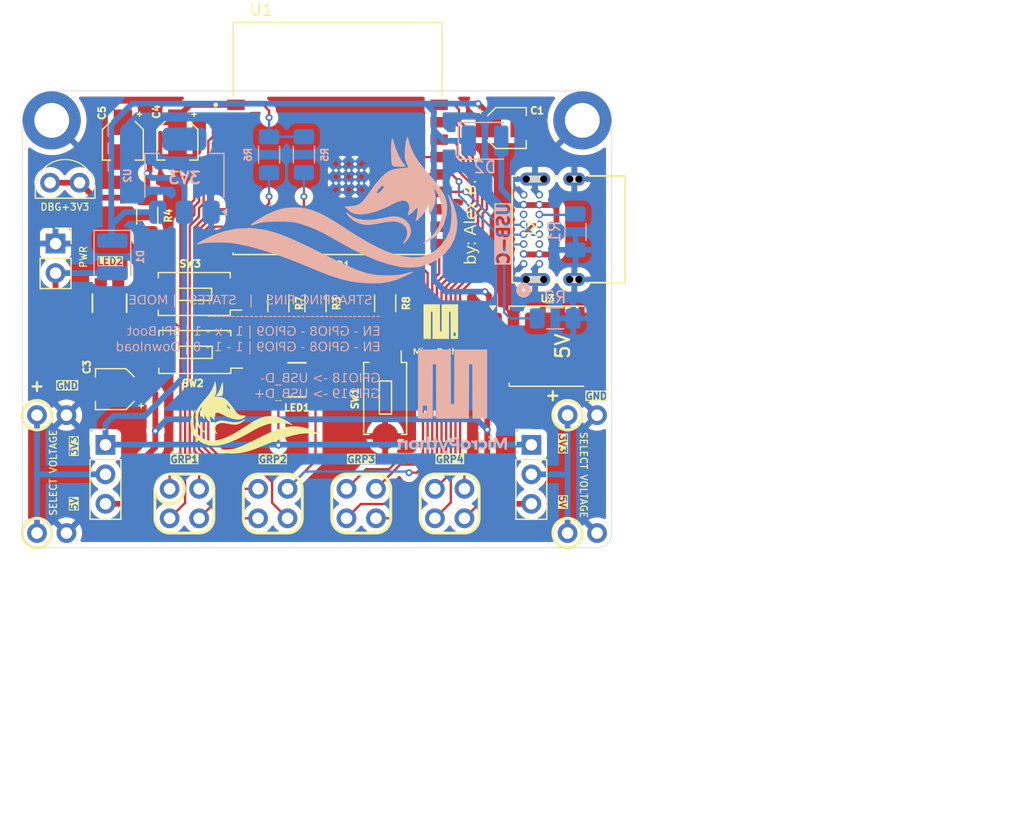
<source format=kicad_pcb>
(kicad_pcb (version 20240108) (generator "pcbnew") (generator_version "8.0")
  (layers (0 "F.Cu" signal) (31 "B.Cu" signal) (34 "B.Paste" user) (35 "F.Paste" user) (36 "B.SilkS" user "B.Silkscreen") (37 "F.SilkS" user "F.Silkscreen") (38 "B.Mask" user) (39 "F.Mask" user) (44 "Edge.Cuts" user))
  (net 0 "")
  (net 1 "/VCC1")
  (net 2 "GND")
  (net 3 "+5V")
  (net 4 "/VDC")
  (net 5 "Net-(J2-CC2)")
  (net 6 "EN")
  (net 7 "/IO8")
  (net 8 "/IO9")
  (net 9 "/IO6")
  (net 10 "/RXD")
  (net 11 "/IO7")
  (net 12 "/IO4")
  (net 13 "/IO3")
  (net 14 "3V3")
  (net 15 "/IO2")
  (net 16 "/IO0")
  (net 17 "/IO10")
  (net 18 "/IO1")
  (net 19 "/IO5")
  (net 20 "/TXD")
  (net 21 "Net-(J2-CC1)")
  (net 22 "USB_D-")
  (net 24 "USB_D+")
  (net 26 "/VCC2")
  (net 27 "Net-(LED1-GND-Pad1)")
  (net 28 "Net-(LED2-GRN)")
  (net 31 "Net-(LED1-GND-Pad4)")
  (net 32 "Net-(R8-Pad2)")
  (net 33 "VUSB")
  (net 34 "Net-(D2-A)")
  (footprint "Alexander Footprint Library:SW_PUSH_6x3.5mm" (layer "F.Cu") (at 143.74 80.15 -90)
    (property "Reference" "SW1")
    (property "Value" "SW_Push_SMD_6x3.5")
  )
  (footprint "Resistor_SMD:R_1206_3216Metric_Pad1.30x1.75mm_HandSolder" (layer "F.Cu") (at 137.74 75.2 -90)
    (property "Reference" "R3")
    (property "Value" "5k1")
  )
  (footprint "Alexander Footprint Library:Conn_Probe" (layer "F.Cu") (at 115.34 78.3 90)
    (property "Reference" "J7" (hide yes))
    (property "Value" "Debug_VIN")
  )
  (footprint "Alexander Footprint Library:Conn_Debug_1x02_P2.54mm" (layer "F.Cu") (at 114.865 64.8125 90)
    (property "Reference" "J6" (hide yes))
    (property "Value" "Debug_3V3")
  )
  (footprint "LOGO" (layer "F.Cu") (at 132.54 85)
    (property "Reference" "G***" (hide yes))
    (property "Value" "LOGO" (hide yes))
  )
  (footprint "Alexander Footprint Library:LED_B1552_HVK-M" (layer "F.Cu") (at 136.14 81.8)
    (property "Reference" "LED1")
    (property "Value" "LED-RED-GREEN-B1552USUG20D")
  )
  (footprint "Capacitor_SMD:CP_Elec_3x5.3" (layer "F.Cu") (at 154.14 60.1)
    (property "Reference" "C1")
    (property "Value" "1uF")
  )
  (footprint "Resistor_SMD:R_1206_3216Metric_Pad1.30x1.75mm_HandSolder" (layer "F.Cu") (at 123.24 67.65 -90)
    (property "Reference" "R4")
    (property "Value" "10k")
  )
  (footprint "Resistor_SMD:R_1206_3216Metric_Pad1.30x1.75mm_HandSolder" (layer "F.Cu") (at 143.74 75.2 -90)
    (property "Reference" "R8")
    (property "Value" "2K2")
  )
  (footprint "Connector_PinHeader_2.54mm:PinHeader_1x03_P2.54mm_Vertical" (layer "F.Cu") (at 156.34 87.4)
    (property "Reference" "J4" (hide yes))
    (property "Value" "PWR_JMP")
  )
  (footprint "Resistor_SMD:R_1206_3216Metric_Pad1.30x1.75mm_HandSolder" (layer "F.Cu") (at 134.54 75.2 -90)
    (property "Reference" "R7")
    (property "Value" "5k1")
  )
  (footprint "LOGO" (layer "F.Cu") (at 148.54 77.4)
    (property "Reference" "G***" (hide yes))
    (property "Value" "LOGO" (hide yes))
  )
  (footprint "Package_TO_SOT_SMD:TO-252-2" (layer "F.Cu") (at 157.74 78.9025)
    (property "Reference" "U3")
    (property "Value" "L7805")
  )
  (footprint "Alexander Footprint Library:LED_B1552_HVK-M" (layer "F.Cu") (at 119.989999 75.2 -90)
    (property "Reference" "LED2")
    (property "Value" "EN")
  )
  (footprint "Alexander Footprint Library:SW_PUSH_6x3.5mm" (layer "F.Cu") (at 130.59 79.4 180)
    (property "Reference" "SW2")
    (property "Value" "SW_Push_SMD_6x3.5")
  )
  (footprint "Alexander Footprint Library:SW_PUSH_6x3.5mm" (layer "F.Cu") (at 130.54 74.4 180)
    (property "Reference" "SW3")
    (property "Value" "SW_Push_SMD_6x3.5")
  )
  (footprint "Connector_PinSocket_2.54mm:PinSocket_1x02_P2.54mm_Vertical" (layer "F.Cu") (at 115.34 70.06)
    (property "Reference" "J1" (hide yes))
    (property "Value" "PWR")
  )
  (footprint "Capacitor_SMD:CP_Elec_3x5.3" (layer "F.Cu") (at 121.14 61.1 -90)
    (property "Reference" "C5")
    (property "Value" "0.1uF")
  )
  (footprint "Capacitor_SMD:CP_Elec_3x5.3" (layer "F.Cu") (at 120.54 82.6 180)
    (property "Reference" "C3")
    (property "Value" "1uF")
  )
  (footprint "Alexander Footprint Library:USB-C_GCT CONN16_USB4085-GF-A" (layer "F.Cu") (at 155.675 71.799985 90)
    (property "Reference" "J2")
    (property "Value" "USB-C_Receptacle_Data_16P_GCT-USB4085")
    (fp_line (start 7.299985 1.7293) (end 7.299985 0.2307) (stroke (width 0.6096)) (layer "Edge.Cuts"))
    (fp_line (start -1.35 1.729301) (end -1.35 0.230701) (stroke (width 0.6096)) (layer "Edge.Cuts"))
    (fp_line (start 7.299985 4.7587) (end 7.299985 3.9713) (stroke (width 0.6096)) (layer "Edge.Cuts"))
    (fp_line (start -1.349985 4.7587) (end -1.349985 3.9713) (stroke (width 0.6096)) (layer "Edge.Cuts"))
  )
  (footprint "Alexander Footprint Library:BreadBoard-PowerAdapter-ESP32C3" (layer "F.Cu") (at 137.87 82.3)
    (property "Reference" "BRD1")
    (property "Value" "16pins")
    (fp_line (start -25.4 12.7) (end -25.4 -22.86) (stroke (width 0.05)) (layer "Edge.Cuts"))
    (fp_line (start -24.13 13.97) (end 24.13 13.97) (stroke (width 0.05)) (layer "Edge.Cuts"))
    (fp_line (start -22.86 -25.4) (end 22.86 -25.4) (stroke (width 0.05)) (layer "Edge.Cuts"))
    (fp_line (start 25.4 -22.86) (end 25.4 12.7) (stroke (width 0.05)) (layer "Edge.Cuts"))
    (fp_arc (start -25.4 -22.86) (mid -24.656051 -24.656051) (end -22.86 -25.4) (stroke (width 0.05)) (layer "Edge.Cuts"))
    (fp_arc (start -24.13 13.97) (mid -25.028026 13.598026) (end -25.4 12.7) (stroke (width 0.05)) (layer "Edge.Cuts"))
    (fp_arc (start 22.86 -25.4) (mid 24.656051 -24.656051) (end 25.4 -22.86) (stroke (width 0.05)) (layer "Edge.Cuts"))
    (fp_arc (start 25.4 12.7) (mid 25.028026 13.598026) (end 24.13 13.97) (stroke (width 0.05)) (layer "Edge.Cuts"))
  )
  (footprint "Alexander Footprint Library:ESP32-C3-WROOM-02-H4" (layer "F.Cu") (at 139.64 61)
    (property "Reference" "U1")
    (property "Value" "ESP32-C3-WROOM-02-N4")
  )
  (footprint "Connector_PinHeader_2.54mm:PinHeader_1x03_P2.54mm_Vertical" (layer "F.Cu") (at 119.64 87.4)
    (property "Reference" "J3" (hide yes))
    (property "Value" "PWR_JMP")
  )
  (footprint "Capacitor_SMD:CP_Elec_3x5.3" (layer "F.Cu") (at 125.84 61.1 -90)
    (property "Reference" "C4")
    (property "Value" "10uF")
  )
  (footprint "Resistor_SMD:R_1206_3216Metric_Pad1.30x1.75mm_HandSolder" (layer "B.Cu") (at 136.74 62.4 -90)
    (property "Reference" "R5")
    (property "Value" "10k")
  )
  (footprint "Resistor_SMD:R_1206_3216Metric_Pad1.30x1.75mm_HandSolder" (layer "B.Cu") (at 160.14 69.05 -90)
    (property "Reference" "R1")
    (property "Value" "5k1")
  )
  (footprint "LOGO" (layer "B.Cu") (at 138.64 67.1 180)
    (property "Reference" "G***" (hide yes))
    (property "Value" "LOGO" (hide yes))
  )
  (footprint "Alexander Footprint Library:AMS1117 SOT-223" (layer "B.Cu") (at 126.44 64.2 90)
    (property "Reference" "U2")
    (property "Value" "AMS1117-3V3")
  )
  (footprint "Resistor_SMD:R_1206_3216Metric_Pad1.30x1.75mm_HandSolder" (layer "B.Cu") (at 158.39 76.5 180)
    (property "Reference" "R2")
    (property "Value" "5k1")
  )
  (footprint "Resistor_SMD:R_1206_3216Metric_Pad1.30x1.75mm_HandSolder" (layer "B.Cu") (at 133.74 62.4 -90)
    (property "Reference" "R6")
    (property "Value" "2K2")
  )
  (footprint "LOGO" (layer "B.Cu") (at 149.54 83.4 180)
    (property "Reference" "G***" (hide yes))
    (property "Value" "LOGO" (hide yes))
  )
  (footprint "Diode_SMD:D_1210_3225Metric" (layer "B.Cu") (at 152.34 61.2)
    (property "Reference" "D2")
    (property "Value" "D")
  )
  (footprint "Diode_SMD:D_1210_3225Metric" (layer "B.Cu") (at 120.24 71.2 -90)
    (property "Reference" "D1")
    (property "Value" "D")
  )
  (gr_circle (center 113.74 95) (end 115.01 95) (stroke (width 0.25)) (fill none) (layer "F.SilkS"))
  (gr_arc (start 125.17 89.92) (mid 126.068026 92.088026) (end 123.9 91.19) (stroke (width 0.25)) (layer "F.SilkS"))
  (gr_line (start 132.79 89.92) (end 135.33 89.92) (stroke (width 0.25)) (layer "F.SilkS"))
  (gr_line (start 148.03 95) (end 150.57 95) (stroke (width 0.25)) (layer "F.SilkS"))
  (gr_line (start 140.41 95) (end 142.95 95) (stroke (width 0.25)) (layer "F.SilkS"))
  (gr_arc (start 151.84 93.73) (mid 151.468026 94.628026) (end 150.57 95) (stroke (width 0.25)) (layer "F.SilkS"))
  (gr_arc (start 142.95 89.92) (mid 143.848026 90.291974) (end 144.22 91.19) (stroke (width 0.25)) (layer "F.SilkS"))
  (gr_arc (start 140.41 95) (mid 139.511974 94.628026) (end 139.14 93.73) (stroke (width 0.25)) (layer "F.SilkS"))
  (gr_arc (start 136.6 93.73) (mid 136.228026 94.628026) (end 135.33 95) (stroke (width 0.25)) (layer "F.SilkS"))
  (gr_arc (start 139.14 91.19) (mid 139.511974 90.291974) (end 140.41 89.92) (stroke (width 0.25)) (layer "F.SilkS"))
  (gr_line (start 148.03 89.92) (end 150.57 89.92) (stroke (width 0.25)) (layer "F.SilkS"))
  (gr_arc (start 131.52 91.19) (mid 131.891974 90.291974) (end 132.79 89.92) (stroke (width 0.25)) (layer "F.SilkS"))
  (gr_arc (start 132.79 95) (mid 131.891974 94.628026) (end 131.52 93.73) (stroke (width 0.25)) (layer "F.SilkS"))
  (gr_line (start 146.76 93.73) (end 146.76 91.19) (stroke (width 0.25)) (layer "F.SilkS"))
  (gr_line (start 139.14 93.73) (end 139.14 91.19) (stroke (width 0.25)) (layer "F.SilkS"))
  (gr_line (start 140.41 89.92) (end 142.95 89.92) (stroke (width 0.25)) (layer "F.SilkS"))
  (gr_line (start 131.52 93.73) (end 131.52 91.19) (stroke (width 0.25)) (layer "F.SilkS"))
  (gr_line (start 136.6 93.73) (end 136.6 91.19) (stroke (width 0.25)) (layer "F.SilkS"))
  (gr_circle (center 159.46 95) (end 160.73 95) (stroke (width 0.25)) (fill none) (layer "F.SilkS"))
  (gr_arc (start 127.71 89.92) (mid 128.608026 90.291974) (end 128.98 91.19) (stroke (width 0.25)) (layer "F.SilkS"))
  (gr_line (start 132.79 95) (end 135.33 95) (stroke (width 0.25)) (layer "F.SilkS"))
  (gr_circle (center 113.74 84.84) (end 115.01 84.84) (stroke (width 0.25)) (fill none) (layer "F.SilkS"))
  (gr_circle (center 159.46 84.84) (end 160.73 84.84) (stroke (width 0.25)) (fill none) (layer "F.SilkS"))
  (gr_line (start 125.17 89.92) (end 127.71 89.92) (stroke (width 0.25)) (layer "F.SilkS"))
  (gr_arc (start 135.33 89.92) (mid 136.228026 90.291974) (end 136.6 91.19) (stroke (width 0.25)) (layer "F.SilkS"))
  (gr_arc (start 148.03 95) (mid 147.131974 94.628026) (end 146.76 93.73) (stroke (width 0.25)) (layer "F.SilkS"))
  (gr_arc (start 150.57 89.92) (mid 151.468026 90.291974) (end 151.84 91.19) (stroke (width 0.25)) (layer "F.SilkS"))
  (gr_line (start 125.17 95) (end 127.71 95) (stroke (width 0.25)) (layer "F.SilkS"))
  (gr_arc (start 144.22 93.73) (mid 143.848026 94.628026) (end 142.95 95) (stroke (width 0.25)) (layer "F.SilkS"))
  (gr_line (start 123.9 93.73) (end 123.9 91.19) (stroke (width 0.25)) (layer "F.SilkS"))
  (gr_arc (start 128.98 93.73) (mid 128.608026 94.628026) (end 127.71 95) (stroke (width 0.25)) (layer "F.SilkS"))
  (gr_line (start 144.22 93.73) (end 144.22 91.19) (stroke (width 0.25)) (layer "F.SilkS"))
  (gr_arc (start 146.76 91.19) (mid 147.131974 90.291974) (end 148.03 89.92) (stroke (width 0.25)) (layer "F.SilkS"))
  (gr_line (start 151.84 93.73) (end 151.84 91.19) (stroke (width 0.25)) (layer "F.SilkS"))
  (gr_arc (start 125.17 95) (mid 124.271974 94.628026) (end 123.9 93.73) (stroke (width 0.25)) (layer "F.SilkS"))
  (gr_line (start 128.98 93.73) (end 128.98 91.19) (stroke (width 0.25)) (layer "F.SilkS"))
  (gr_text "USB-C" (at 153.94 69.2 90) (layer "B.SilkS" knockout) (effects (font (size 1 1) (thickness 0.25) (bold yes)) (justify mirror)))
  (gr_text "3V3" (at 126.44 64.4 0) (layer "B.SilkS") (effects (font (size 1 1) (thickness 0.2) (bold yes)) (justify mirror)))
  (gr_text "  STRAPPING PINS   |   STATES   | MODE\n-------------------------------------\nEN - GPIO8 - GPIO9 | 1 - x - 1 | SPI Boot\nEN - GPIO8 - GPIO9 | 1 - 1 - 0 | Download\n\nGPIO18 -> USB_D-\nGPIO19 -> USB_D+" (at 143.34 79 0) (layer "B.SilkS") (effects (font (size 0.8 0.8) (thickness 0.1)) (justify left mirror)))
  (gr_text "DBG+3V3" (at 116.14 66.9 0) (layer "F.SilkS") (effects (font (size 0.6 0.6) (thickness 0.1))))
  (gr_text "GRP2" (at 134.06 88.65 0) (layer "F.SilkS" knockout) (effects (font (size 0.6 0.6) (thickness 0.15) (bold yes))))
  (gr_text "SELECT VOLTAGE" (at 160.84 90 -90) (layer "F.SilkS") (effects (font (size 0.6 0.6) (thickness 0.1))))
  (gr_text "GRP3" (at 141.68 88.65 0) (layer "F.SilkS" knockout) (effects (font (size 0.6 0.6) (thickness 0.15) (bold yes))))
  (gr_text "GND" (at 161.94 83.2 0) (layer "F.SilkS" knockout) (effects (font (size 0.6 0.6) (thickness 0.15) (bold yes))))
  (gr_text "5V" (at 159.04 92.3 270) (layer "F.SilkS" knockout) (effects (font (size 0.6 0.6) (thickness 0.12) (bold yes))))
  (gr_text "GRP1" (at 126.44 88.65 0) (layer "F.SilkS" knockout) (effects (font (size 0.6 0.6) (thickness 0.15) (bold yes))))
  (gr_text "3V3" (at 116.94 87.5 90) (layer "F.SilkS" knockout) (effects (font (size 0.6 0.6) (thickness 0.12) (bold yes))))
  (gr_text "+" (at 113.74 82.3 0) (layer "F.SilkS") (effects (font (size 1 1) (thickness 0.2) (bold yes))))
  (gr_text "PWR" (at 117.74 71.2 90) (layer "F.SilkS") (effects (font (size 0.6 0.6) (thickness 0.1))))
  (gr_text "SELECT VOLTAGE" (at 115.14 89.8 90) (layer "F.SilkS") (effects (font (size 0.6 0.6) (thickness 0.1))))
  (gr_text "by: Alex B." (at 151.14 68.2 90) (layer "F.SilkS") (effects (font (size 1 1) (thickness 0.1))))
  (gr_text "3V3" (at 159.04 87.3 270) (layer "F.SilkS" knockout) (effects (font (size 0.6 0.6) (thickness 0.12) (bold yes))))
  (gr_text "5V" (at 116.94 92.5 90) (layer "F.SilkS" knockout) (effects (font (size 0.6 0.6) (thickness 0.12) (bold yes))))
  (gr_text "GND" (at 116.34 82.3 0) (layer "F.SilkS" knockout) (effects (font (size 0.6 0.6) (thickness 0.15) (bold yes))))
  (gr_text "+" (at 158.19 83.1 0) (layer "F.SilkS") (effects (font (size 1 1) (thickness 0.2) (bold yes))))
  (gr_text "GRP4" (at 149.3 88.65 0) (layer "F.SilkS" knockout) (effects (font (size 0.6 0.6) (thickness 0.15) (bold yes))))
  (gr_text "5V" (at 159.04 78.9 90) (layer "F.SilkS") (effects (font (size 1.2 1.2) (thickness 0.2) (bold yes))))
  (segment (start 119.62 89.92) (end 119.64 89.94) (width 0.5) (layer "F.Cu") (net 1))
  (segment (start 113.74 84.84) (end 113.74 89.9) (width 0.5) (layer "B.Cu") (net 1))
  (segment (start 113.74 89.9) (end 113.74 95) (width 0.5) (layer "B.Cu") (net 1))
  (segment (start 113.78 89.94) (end 113.74 89.9) (width 0.5) (layer "B.Cu") (net 1))
  (segment (start 119.64 89.94) (end 113.78 89.94) (width 0.5) (layer "B.Cu") (net 1))
  (segment (start 152.54 81.3425) (end 152.7 81.1825) (width 0.5) (layer "F.Cu") (net 3))
  (segment (start 153.44 91.8) (end 154.12 92.48) (width 0.5) (layer "F.Cu") (net 3))
  (segment (start 123.94 86.2) (end 123.94 87.6) (width 0.5) (layer "F.Cu") (net 3))
  (segment (start 152.54 86.1) (end 152.54 89.2) (width 0.5) (layer "F.Cu") (net 3))
  (segment (start 123.94 83) (end 123.54 82.6) (width 0.5) (layer "F.Cu") (net 3))
  (segment (start 123.94 86.2) (end 123.94 83) (width 0.5) (layer "F.Cu") (net 3))
  (segment (start 152.54 89.2) (end 153.44 90.1) (width 0.5) (layer "F.Cu") (net 3))
  (segment (start 154.12 92.48) (end 156.34 92.48) (width 0.5) (layer "F.Cu") (net 3))
  (segment (start 122.34 89.2) (end 122.34 92) (width 0.5) (layer "F.Cu") (net 3))
  (segment (start 121.86 92.48) (end 119.64 92.48) (width 0.5) (layer "F.Cu") (net 3))
  (segment (start 123.94 87.6) (end 122.34 89.2) (width 0.5) (layer "F.Cu") (net 3))
  (segment (start 123.54 82.6) (end 122.04 82.6) (width 0.5) (layer "F.Cu") (net 3))
  (segment (start 152.54 86.1) (end 152.54 81.3425) (width 0.5) (layer "F.Cu") (net 3))
  (segment (start 122.34 92) (end 121.86 92.48) (width 0.5) (layer "F.Cu") (net 3))
  (segment (start 153.44 90.1) (end 153.44 91.8) (width 0.5) (layer "F.Cu") (net 3))
  (via (at 123.94 86.2) (size 0.6) (drill 0.3) (layers "F.Cu" "B.Cu") (net 3))
  (via (at 152.54 86.1) (size 0.6) (drill 0.3) (layers "F.Cu" "B.Cu") (net 3))
  (segment (start 151.64 85.2) (end 124.94 85.2) (width 0.5) (layer "B.Cu") (net 3))
  (segment (start 124.94 85.2) (end 123.94 86.2) (width 0.5) (layer "B.Cu") (net 3))
  (segment (start 152.54 86.1) (end 151.64 85.2) (width 0.5) (layer "B.Cu") (net 3))
  (segment (start 115.34 72.6) (end 115.34 78.3) (width 0.5) (layer "F.Cu") (net 4))
  (segment (start 115.34 72.6) (end 120.24 72.6) (width 0.5) (layer "B.Cu") (net 4))
  (segment (start 160.054445 67.585555) (end 160.14 67.5) (width 0.2) (layer "B.Cu") (net 5))
  (segment (start 156.932435 67.585555) (end 160.054445 67.585555) (width 0.2) (layer "B.Cu") (net 5))
  (segment (start 126.1 68.205884) (end 126.1 77.39) (width 0.2) (layer "F.Cu") (net 6))
  (segment (start 126.1 77.4) (end 126.1 83.4) (width 0.2) (layer "F.Cu") (net 6))
  (segment (start 126.1 88.1) (end 125.17 89.03) (width 0.2) (layer "F.Cu") (net 6))
  (segment (start 126.1 77.39) (end 126.1 77.4) (width 0.2) (layer "F.Cu") (net 6))
  (segment (start 128.9 59.9) (end 128.9 60.834314) (width 0.2) (layer "F.Cu") (net 6))
  (segment (start 125.17 89.03) (end 125.17 91.19) (width 0.2) (layer "F.Cu") (net 6))
  (segment (start 125.5102 76.8002) (end 126.1 77.39) (width 0.2) (layer "F.Cu") (net 6))
  (segment (start 127.7 64.637256) (end 127.3 65.037256) (width 0.2) (layer "F.Cu") (net 6))
  (segment (start 130.89 59.6) (end 129.2 59.6) (width 0.2) (layer "F.Cu") (net 6))
  (segment (start 127.3 66.27157) (end 126.9 66.67157) (width 0.2) (layer "F.Cu") (net 6))
  (segment (start 128.234314 62.734314) (end 128.234314 63.368628) (width 0.2) (layer "F.Cu") (net 6))
  (segment (start 129.2 59.6) (end 128.9 59.9) (width 0.2) (layer "F.Cu") (net 6))
  (segment (start 124.09 77.4002) (end 123.49 76.8002) (width 0.2) (layer "F.Cu") (net 6))
  (segment (start 127.3 65.037256) (end 127.3 66.27157) (width 0.2) (layer "F.Cu") (net 6))
  (segment (start 128.234314 63.368628) (end 127.7 63.902942) (width 0.2) (layer "F.Cu") (net 6))
  (segment (start 120.74 76.8002) (end 123.49 76.8002) (width 0.2) (layer "F.Cu") (net 6))
  (segment (start 128.9 60.834314) (end 128.5 61.234314) (width 0.2) (layer "F.Cu") (net 6))
  (segment (start 127.7 63.902942) (end 127.7 64.637256) (width 0.2) (layer "F.Cu") (net 6))
  (segment (start 128.5 62.468628) (end 128.234314 62.734314) (width 0.2) (layer "F.Cu") (net 6))
  (segment (start 124.09 79.4) (end 124.09 77.4002) (width 0.2) (layer "F.Cu") (net 6))
  (segment (start 126.9 66.67157) (end 126.9 67.405884) (width 0.2) (layer "F.Cu") (net 6))
  (segment (start 126.422942 67.882942) (end 126.1 68.205884) (width 0.2) (layer "F.Cu") (net 6))
  (segment (start 126.9 67.405884) (end 126.422942 67.882942) (width 0.2) (layer "F.Cu") (net 6))
  (segment (start 126.1 83.4) (end 126.1 88.1) (width 0.2) (layer "F.Cu") (net 6))
  (segment (start 123.49 76.8002) (end 125.5102 76.8002) (width 0.2) (layer "F.Cu") (net 6))
  (segment (start 128.5 61.234314) (end 128.5 62.468628) (width 0.2) (layer "F.Cu") (net 6))
  (segment (start 133.24 67.1) (end 130.89 67.1) (width 0.2) (layer "F.Cu") (net 7))
  (segment (start 128.1 69.034314) (end 128.1 87.602942) (width 0.2) (layer "F.Cu") (net 7))
  (segment (start 130.1 89.602942) (end 130.1 90.4) (width 0.2) (layer "F.Cu") (net 7))
  (segment (start 130.89 91.19) (end 132.79 91.19) (width 0.2) (layer "F.Cu") (net 7))
  (segment (start 133.74 66) (end 133.74 66.6) (width 0.2) (layer "F.Cu") (net 7))
  (segment (start 130.1 90.4) (end 130.89 91.19) (width 0.2) (layer "F.Cu") (net 7))
  (segment (start 128.1 87.602942) (end 130.1 89.602942) (width 0.2) (layer "F.Cu") (net 7))
  (segment (start 128.9 68.234314) (end 128.1 69.034314) (width 0.2) (layer "F.Cu") (net 7))
  (segment (start 133.74 66.6) (end 133.24 67.1) (width 0.2) (layer "F.Cu") (net 7))
  (segment (start 129.3 67.1) (end 128.9 67.5) (width 0.2) (layer "F.Cu") (net 7))
  (segment (start 130.89 67.1) (end 129.3 67.1) (width 0.2) (layer "F.Cu") (net 7))
  (segment (start 128.9 67.5) (end 128.9 68.234314) (width 0.2) (layer "F.Cu") (net 7))
  (via (at 133.74 66) (size 0.6) (drill 0.3) (layers "F.Cu" "B.Cu") (net 7))
  (segment (start 133.74 66) (end 133.74 63.95) (width 0.2) (layer "B.Cu") (net 7))
  (segment (start 136.14 68.6) (end 136.74 68) (width 0.2) (layer "F.Cu") (net 8))
  (segment (start 136.74 68) (end 136.74 66) (width 0.2) (layer "F.Cu") (net 8))
  (segment (start 128.9 74.4) (end 128.5 74.8) (width 0.2) (layer "F.Cu") (net 8))
  (segment (start 128.5 69.2) (end 128.5 74.8) (width 0.2) (layer "F.Cu") (net 8))
  (segment (start 128.5 87.437256) (end 130.962744 89.9) (width 0.2) (layer "F.Cu") (net 8))
  (segment (start 130.962744 89.9) (end 133.3 89.9) (width 0.2) (layer "F.Cu") (net 8))
  (segment (start 128.5 74.8) (end 128.5 87.437256) (width 0.2) (layer "F.Cu") (net 8))
  (segment (start 133.3 89.9) (end 134 90.6) (width 0.2) (layer "F.Cu") (net 8))
  (segment (start 130.89 68.6) (end 136.14 68.6) (width 0.2) (layer "F.Cu") (net 8))
  (segment (start 134 92.4) (end 135.33 93.73) (width 0.2) (layer "F.Cu") (net 8))
  (segment (start 130.54 74.4) (end 128.9 74.4) (width 0.2) (layer "F.Cu") (net 8))
  (segment (start 134 90.6) (end 134 92.4) (width 0.2) (layer "F.Cu") (net 8))
  (segment (start 129.1 68.6) (end 128.5 69.2) (width 0.2) (layer "F.Cu") (net 8))
  (segment (start 130.89 68.6) (end 129.1 68.6) (width 0.2) (layer "F.Cu") (net 8))
  (via (at 136.74 66) (size 0.6) (drill 0.3) (layers "F.Cu" "B.Cu") (net 8))
  (segment (start 136.74 66) (end 136.74 63.95) (width 0.2) (layer "B.Cu") (net 8))
  (segment (start 128.9 64.4) (end 128.9 65.134314) (width 0.2) (layer "F.Cu") (net 9))
  (segment (start 127.3 87.934314) (end 129.3 89.934314) (width 0.2) (layer "F.Cu") (net 9))
  (segment (start 128.1 67.902942) (end 127.3 68.702942) (width 0.2) (layer "F.Cu") (net 9))
  (segment (start 129.3 92.14) (end 127.71 93.73) (width 0.2) (layer "F.Cu") (net 9))
  (segment (start 127.3 68.702942) (end 127.3 87.934314) (width 0.2) (layer "F.Cu") (net 9))
  (segment (start 129.3 89.934314) (end 129.3 92.14) (width 0.2) (layer "F.Cu") (net 9))
  (segment (start 128.9 65.134314) (end 128.5 65.534314) (width 0.2) (layer "F.Cu") (net 9))
  (segment (start 128.5 65.534314) (end 128.5 66.768628) (width 0.2) (layer "F.Cu") (net 9))
  (segment (start 128.5 66.768628) (end 128.1 67.168628) (width 0.2) (layer "F.Cu") (net 9))
  (segment (start 129.2 64.1) (end 128.9 64.4) (width 0.2) (layer "F.Cu") (net 9))
  (segment (start 130.89 64.1) (end 129.2 64.1) (width 0.2) (layer "F.Cu") (net 9))
  (segment (start 128.1 67.168628) (end 128.1 67.902942) (width 0.2) (layer "F.Cu") (net 9))
  (segment (start 148.2 88.634314) (end 144.334314 92.5) (width 0.2) (layer "F.Cu") (net 10))
  (segment (start 149.74 68.6) (end 150.14 69) (width 0.2) (layer "F.Cu") (net 10))
  (segment (start 144.334314 92.5) (end 141.64 92.5) (width 0.2) (layer "F.Cu") (net 10))
  (segment (start 148.2 73.4) (end 148.2 88.634314) (width 0.2) (layer "F.Cu") (net 10))
  (segment (start 150.14 69) (end 150.14 71.46) (width 0.2) (layer "F.Cu") (net 10))
  (segment (start 150.14 71.46) (end 148.2 73.4) (width 0.2) (layer "F.Cu") (net 10))
  (segment (start 148.39 68.6) (end 149.74 68.6) (width 0.2) (layer "F.Cu") (net 10))
  (segment (start 141.64 92.5) (end 140.41 93.73) (width 0.2) (layer "F.Cu") (net 10))
  (segment (start 127.7 87.768628) (end 129.7 89.768628) (width 0.2) (layer "F.Cu") (net 11))
  (segment (start 127.7 68.868628) (end 127.7 87.768628) (width 0.2) (layer "F.Cu") (net 11))
  (segment (start 129.7 89.768628) (end 129.7 92.2) (width 0.2) (layer "F.Cu") (net 11))
  (segment (start 128.5 67.334314) (end 128.5 68.068628) (width 0.2) (layer "F.Cu") (net 11))
  (segment (start 129.7 92.2) (end 131.23 93.73) (width 0.2) (layer "F.Cu") (net 11))
  (segment (start 128.9 65.9) (end 128.9 66.934314) (width 0.2) (layer "F.Cu") (net 11))
  (segment (start 128.9 66.934314) (end 128.5 67.334314) (width 0.2) (layer "F.Cu") (net 11))
  (segment (start 128.5 68.068628) (end 127.7 68.868628) (width 0.2) (layer "F.Cu") (net 11))
  (segment (start 129.2 65.6) (end 128.9 65.9) (width 0.2) (layer "F.Cu") (net 11))
  (segment (start 130.89 65.6) (end 129.2 65.6) (width 0.2) (layer "F.Cu") (net 11))
  (segment (start 131.23 93.73) (end 132.79 93.73) (width 0.2) (layer "F.Cu") (net 11))
  (segment (start 126.5 92.4) (end 125.17 93.73) (width 0.2) (layer "F.Cu") (net 12))
  (segment (start 128.634314 63.534314) (end 128.1 64.068628) (width 0.2) (layer "F.Cu") (net 12))
  (segment (start 128.634314 62.9) (end 128.634314 63.534314) (width 0.2) (layer "F.Cu") (net 12))
  (segment (start 127.7 66.437256) (end 127.3 66.837256) (width 0.2) (layer "F.Cu") (net 12))
  (segment (start 127.7 65.202942) (end 127.7 66.437256) (width 0.2) (layer "F.Cu") (net 12))
  (segment (start 128.1 64.802942) (end 127.7 65.202942) (width 0.2) (layer "F.Cu") (net 12))
  (segment (start 130.89 61.1) (end 129.2 61.1) (width 0.2) (layer "F.Cu") (net 12))
  (segment (start 126.5 68.37157) (end 126.5 92.4) (width 0.2) (layer "F.Cu") (net 12))
  (segment (start 128.9 61.4) (end 128.9 62.634314) (width 0.2) (layer "F.Cu") (net 12))
  (segment (start 129.2 61.1) (end 128.9 61.4) (width 0.2) (layer "F.Cu") (net 12))
  (segment (start 128.1 64.068628) (end 128.1 64.802942) (width 0.2) (layer "F.Cu") (net 12))
  (segment (start 127.3 67.57157) (end 126.5 68.37157) (width 0.2) (layer "F.Cu") (net 12))
  (segment (start 127.3 66.837256) (end 127.3 67.57157) (width 0.2) (layer "F.Cu") (net 12))
  (segment (start 128.9 62.634314) (end 128.634314 62.9) (width 0.2) (layer "F.Cu") (net 12))
  (segment (start 148.39 62.6) (end 149.6 62.6) (width 0.2) (layer "F.Cu") (net 13))
  (segment (start 151.3 66.54) (end 150.94 66.9) (width 0.2) (layer "F.Cu") (net 13))
  (segment (start 151.3 65.051471) (end 151.3 66.54) (width 0.2) (layer "F.Cu") (net 13))
  (segment (start 149 73.765686) (end 149 90.22) (width 0.2) (layer "F.Cu") (net 13))
  (segment (start 149 90.22) (end 148.03 91.19) (width 0.2) (layer "F.Cu") (net 13))
  (segment (start 150.94 71.825686) (end 149 73.765686) (width 0.2) (layer "F.Cu") (net 13))
  (segment (start 147.14 62.6) (end 148.39 62.6) (width 0.2) (layer "F.Cu") (net 13))
  (segment (start 146.4 64.434314) (end 146.74 64.094314) (width 0.2) (layer "F.Cu") (net 13))
  (segment (start 146.74 63) (end 147.14 62.6) (width 0.2) (layer "F.Cu") (net 13))
  (segment (start 146.1 69.44) (end 146.1 65.668628) (width 0.2) (layer "F.Cu") (net 13))
  (segment (start 150.1 63.1) (end 150.1 63.851471) (width 0.2) (layer "F.Cu") (net 13))
  (segment (start 146.4 65.368628) (end 146.4 64.434314) (width 0.2) (layer "F.Cu") (net 13))
  (segment (start 146.1 65.668628) (end 146.4 65.368628) (width 0.2) (layer "F.Cu") (net 13))
  (segment (start 150.94 66.9) (end 150.94 71.825686) (width 0.2) (layer "F.Cu") (net 13))
  (segment (start 149.6 62.6) (end 150.1 63.1) (width 0.2) (layer "F.Cu") (net 13))
  (segment (start 150.1 63.851471) (end 151.3 65.051471) (width 0.2) (layer "F.Cu") (net 13))
  (segment (start 146.74 64.094314) (end 146.74 63) (width 0.2) (layer "F.Cu") (net 13))
  (segment (start 143.74 73.65) (end 143.74 71.8) (width 0.2) (layer "F.Cu") (net 13))
  (segment (start 143.74 71.8) (end 146.1 69.44) (width 0.2) (layer "F.Cu") (net 13))
  (segment (start 133.24 58.1) (end 130.89 58.1) (width 0.2) (layer "F.Cu") (net 14))
  (segment (start 118.6925 66.1) (end 117.405 64.8125) (width 0.5) (layer "F.Cu") (net 14))
  (segment (start 123.94 59.6) (end 121.14 59.6) (width 0.5) (layer "F.Cu") (net 14))
  (segment (start 123.24 66.1) (end 118.6925 66.1) (width 0.5) (layer "F.Cu") (net 14))
  (segment (start 133.74 58.6) (end 133.24 58.1) (width 0.2) (layer "F.Cu") (net 14))
  (segment (start 134.5398 82.550001) (end 134.5398 87.4298) (width 0.2) (layer "F.Cu") (net 14))
  (segment (start 123.44 60.1) (end 123.94 59.6) (width 0.5) (layer "F.Cu") (net 14))
  (segment (start 126.94 58.1) (end 130.89 58.1) (width 0.5) (layer "F.Cu") (net 14))
  (segment (start 126.94 58.1) (end 125.44 59.6) (width 0.5) (layer "F.Cu") (net 14))
  (segment (start 123.24 66.1) (end 123.24 64) (width 0.5) (layer "F.Cu") (net 14))
  (segment (start 123.44 63.8) (end 123.44 60.1) (width 0.5) (layer "F.Cu") (net 14))
  (segment (start 125.44 59.6) (end 123.94 59.6) (width 0.5) (layer "F.Cu") (net 14))
  (segment (start 117.405 64.8125) (end 114.865 64.8125) (width 0.5) (layer "F.Cu") (net 14))
  (segment (start 133.74 59.2) (end 133.74 58.6) (width 0.2) (layer "F.Cu") (net 14))
  (segment (start 123.24 64) (end 123.44 63.8) (width 0.5) (layer "F.Cu") (net 14))
  (segment (start 134.5398 87.4298) (end 134.54 87.43) (width 0.2) (layer "F.Cu") (net 14))
  (via (at 123.24 64) (size 0.6) (drill 0.3) (layers "F.Cu" "B.Cu") (net 14))
  (via (at 133.74 59.2) (size 0.6) (drill 0.3) (layers "F.Cu" "B.Cu") (net 14))
  (via (at 134.54 87.43) (size 0.6) (drill 0.3) (layers "F.Cu" "B.Cu") (net 14))
  (segment (start 123.04 84.9) (end 120.34 84.9) (width 0.5) (layer "B.Cu") (net 14))
  (segment (start 120.34 84.9) (end 119.64 85.6) (width 0.5) (layer "B.Cu") (net 14))
  (segment (start 133.74 60.85) (end 133.74 59.2) (width 0.2) (layer "B.Cu") (net 14))
  (segment (start 126.44 67.35) (end 126.44 81.5) (width 0.5) (layer "B.Cu") (net 14))
  (segment (start 156.32 87.38) (end 156.34 87.4) (width 0.5) (layer "B.Cu") (net 14))
  (segment (start 123.64 64.4) (end 123.24 64) (width 0.5) (layer "B.Cu") (net 14))
  (segment (start 126.44 81.5) (end 123.04 84.9) (width 0.5) (layer "B.Cu") (net 14))
  (segment (start 155.665 87.4) (end 155.64 87.375) (width 0.5) (layer "B.Cu") (net 14))
  (segment (start 126.44 67.35) (end 126.44 65.1) (width 0.5) (layer "B.Cu") (net 14))
  (segment (start 119.64 85.6) (end 119.64 87.4) (width 0.5) (layer "B.Cu") (net 14))
  (segment (start 156.34 87.4) (end 155.665 87.4) (width 0.5) (layer "B.Cu") (net 14))
  (segment (start 136.74 60.85) (end 133.74 60.85) (width 0.2) (layer "B.Cu") (net 14))
  (segment (start 125.74 64.4) (end 123.64 64.4) (width 0.5) (layer "B.Cu") (net 14))
  (segment (start 119.64 87.4) (end 119.66 87.38) (width 0.5) (layer "B.Cu") (net 14))
  (segment (start 119.66 87.38) (end 156.32 87.38) (width 0.5) (layer "B.Cu") (net 14))
  (segment (start 126.44 65.1) (end 125.74 64.4) (width 0.5) (layer "B.Cu") (net 14))
  (segment (start 151.7 64.885785) (end 150.5 63.685785) (width 0.2) (layer "F.Cu") (net 15))
  (segment (start 149.5 61.1) (end 148.39 61.1) (width 0.2) (layer "F.Cu") (net 15))
  (segment (start 148.03 93.73) (end 149.4 92.36) (width 0.2) (layer "F.Cu") (net 15))
  (segment (start 150.5 62.934314) (end 150 62.434314) (width 0.2) (layer "F.Cu") (net 15))
  (segment (start 150 62.434314) (end 150 61.6) (width 0.2) (layer "F.Cu") (net 15))
  (segment (start 149.4 73.931372) (end 151.34 71.991372) (width 0.2) (layer "F.Cu") (net 15))
  (segment (start 149.4 92.36) (end 149.4 73.931372) (width 0.2) (layer "F.Cu") (net 15))
  (segment (start 150.5 63.685785) (end 150.5 62.934314) (width 0.2) (layer "F.Cu") (net 15))
  (segment (start 151.34 71.991372) (end 151.34 67.065686) (width 0.2) (layer "F.Cu") (net 15))
  (segment (start 151.7 66.705686) (end 151.7 64.885785) (width 0.2) (layer "F.Cu") (net 15))
  (segment (start 151.34 67.065686) (end 151.7 66.705686) (width 0.2) (layer "F.Cu") (net 15))
  (segment (start 150 61.6) (end 149.5 61.1) (width 0.2) (layer "F.Cu") (net 15))
  (segment (start 151.3 62.602942) (end 151.3 63.354413) (width 0.2) (layer "F.Cu") (net 16))
  (segment (start 150.2 88.6) (end 152.2 90.6) (width 0.2) (layer "F.Cu") (net 16))
  (segment (start 150.1 59.434314) (end 150.5 59.834314) (width 0.2) (layer "F.Cu") (net 16))
  (segment (start 150.5 59.834314) (end 150.5 60.968628) (width 0.2) (layer "F.Cu") (net 16))
  (segment (start 152.2 90.6) (end 152.2 92.1) (width 0.2) (layer "F.Cu") (net 16))
  (segment (start 152.2 92.1) (end 150.57 93.73) (width 0.2) (layer "F.Cu") (net 16))
  (segment (start 152.14 72.36) (end 150.2 74.3) (width 0.2) (layer "F.Cu") (net 16))
  (segment (start 152.5 67.105686) (end 152.14 67.465686) (width 0.2) (layer "F.Cu") (net 16))
  (segment (start 150.1 58.5) (end 150.1 59.434314) (width 0.2) (layer "F.Cu") (net 16))
  (segment (start 150.8 62.102942) (end 151.3 62.602942) (width 0.2) (layer "F.Cu") (net 16))
  (segment (start 148.39 58.1) (end 149.7 58.1) (width 0.2) (layer "F.Cu") (net 16))
  (segment (start 152.5 64.554413) (end 152.5 67.105686) (width 0.2) (layer "F.Cu") (net 16))
  (segment (start 151.3 63.354413) (end 152.5 64.554413) (width 0.2) (layer "F.Cu") (net 16))
  (segment (start 152.14 67.465686) (end 152.14 72.36) (width 0.2) (layer "F.Cu") (net 16))
  (segment (start 150.8 61.268628) (end 150.8 62.102942) (width 0.2) (layer "F.Cu") (net 16))
  (segment (start 149.7 58.1) (end 150.1 58.5) (width 0.2) (layer "F.Cu") (net 16))
  (segment (start 150.2 74.3) (end 150.2 88.6) (width 0.2) (layer "F.Cu") (net 16))
  (segment (start 150.5 60.968628) (end 150.8 61.268628) (width 0.2) (layer "F.Cu") (net 16))
  (segment (start 147.8 88.468628) (end 147.8 73.234314) (width 0.2) (layer "F.Cu") (net 17))
  (segment (start 145.8 89.8) (end 146.468628 89.8) (width 0.2) (layer "F.Cu") (net 17))
  (segment (start 146.468628 89.8) (end 147.8 88.468628) (width 0.2) (layer "F.Cu") (net 17))
  (segment (start 148.4 72.634314) (end 148.4 70.11) (width 0.2) (layer "F.Cu") (net 17))
  (segment (start 137.74 82.550201) (end 137.74 88.78) (width 0.2) (layer "F.Cu") (net 17))
  (segment (start 137.7402 82.550001) (end 137.74 82.550201) (width 0.2) (layer "F.Cu") (net 17))
  (segment (start 148.4 70.11) (end 148.39 70.1) (width 0.2) (layer "F.Cu") (net 17))
  (segment (start 147.8 73.234314) (end 148.4 72.634314) (width 0.2) (layer "F.Cu") (net 17))
  (segment (start 137.74 88.78) (end 135.33 91.19) (width 0.2) (layer "F.Cu") (net 17))
  (via (at 145.8 89.8) (size 0.6) (drill 0.3) (layers "F.Cu" "B.Cu") (net 17))
  (segment (start 145.7 89.7) (end 136.82 89.7) (width 0.2) (layer "B.Cu") (net 17))
  (segment (start 145.8 89.8) (end 145.7 89.7) (width 0.2) (layer "B.Cu") (net 17))
  (segment (start 136.82 89.7) (end 135.33 91.19) (width 0.2) (layer "B.Cu") (net 17))
  (segment (start 150.9 63.520099) (end 152.1 64.720099) (width 0.2) (layer "F.Cu") (net 18))
  (segment (start 150.1 60) (end 150.1 61.134314) (width 0.2) (layer "F.Cu") (net 18))
  (segment (start 149.7 59.6) (end 150.1 60) (width 0.2) (layer "F.Cu") (net 18))
  (segment (start 150.57 89.57) (end 150.57 91.19) (width 0.2) (layer "F.Cu") (net 18))
  (segment (start 152.1 64.720099) (end 152.1 66.94) (width 0.2) (layer "F.Cu") (net 18))
  (segment (start 150.4 62.268628) (end 150.9 62.768628) (width 0.2) (layer "F.Cu") (net 18))
  (segment (start 149.8 88.8) (end 150.57 89.57) (width 0.2) (layer "F.Cu") (net 18))
  (segment (start 152.1 66.94) (end 151.74 67.3) (width 0.2) (layer "F.Cu") (net 18))
  (segment (start 149.8 74.1) (end 149.8 88.8) (width 0.2) (layer "F.Cu") (net 18))
  (segment (start 150.9 62.768628) (end 150.9 63.520099) (width 0.2) (layer "F.Cu") (net 18))
  (segment (start 151.74 72.16) (end 149.8 74.1) (width 0.2) (layer "F.Cu") (net 18))
  (segment (start 148.39 59.6) (end 149.7 59.6) (width 0.2) (layer "F.Cu") (net 18))
  (segment (start 151.74 67.3) (end 151.74 72.16) (width 0.2) (layer "F.Cu") (net 18))
  (segment (start 150.4 61.434314) (end 150.4 62.268628) (width 0.2) (layer "F.Cu") (net 18))
  (segment (start 150.1 61.134314) (end 150.4 61.434314) (width 0.2) (layer "F.Cu") (net 18))
  (segment (start 127.71 88.91) (end 127.71 91.19) (width 0.2) (layer "F.Cu") (net 19))
  (segment (start 128.1 65.368628) (end 128.1 66.602942) (width 0.2) (layer "F.Cu") (net 19))
  (segment (start 127.7 67.002942) (end 127.7 67.737256) (width 0.2) (layer "F.Cu") (net 19))
  (segment (start 127.7 67.737256) (end 126.9 68.537256) (width 0.2) (layer "F.Cu") (net 19))
  (segment (start 129.034314 63.7) (end 128.5 64.234314) (width 0.2) (layer "F.Cu") (net 19))
  (segment (start 129.034314 63.065686) (end 129.034314 63.7) (width 0.2) (layer "F.Cu") (net 19))
  (segment (start 128.5 64.968628) (end 128.1 65.368628) (width 0.2) (layer "F.Cu") (net 19))
  (segment (start 128.1 66.602942) (end 127.7 67.002942) (width 0.2) (layer "F.Cu") (net 19))
  (segment (start 130.89 62.6) (end 129.5 62.6) (width 0.2) (layer "F.Cu") (net 19))
  (segment (start 126.9 68.537256) (end 126.9 88.1) (width 0.2) (layer "F.Cu") (net 19))
  (segment (start 129.5 62.6) (end 129.034314 63.065686) (width 0.2) (layer "F.Cu") (net 19))
  (segment (start 128.5 64.234314) (end 128.5 64.968628) (width 0.2) (layer "F.Cu") (net 19))
  (segment (start 126.9 88.1) (end 127.71 88.91) (width 0.2) (layer "F.Cu") (net 19))
  (segment (start 145.1 93.4) (end 145.1 92.3) (width 0.2) (layer "F.Cu") (net 20))
  (segment (start 149.64 67.1) (end 148.39 67.1) (width 0.2) (layer "F.Cu") (net 20))
  (segment (start 150.54 71.66) (end 150.54 68) (width 0.2) (layer "F.Cu") (net 20))
  (segment (start 150.54 68) (end 149.64 67.1) (width 0.2) (layer "F.Cu") (net 20))
  (segment (start 148.6 88.8) (end 148.6 73.6) (width 0.2) (layer "F.Cu") (net 20))
  (segment (start 145.1 92.3) (end 148.6 88.8) (width 0.2) (layer "F.Cu") (net 20))
  (segment (start 148.6 73.6) (end 150.54 71.66) (width 0.2) (layer "F.Cu") (net 20))
  (segment (start 144.77 93.73) (end 145.1 93.4) (width 0.2) (layer "F.Cu") (net 20))
  (segment (start 142.95 93.73) (end 144.77 93.73) (width 0.2) (layer "F.Cu") (net 20))
  (segment (start 154.5 76.5) (end 156.84 76.5) (width 0.2) (layer "B.Cu") (net 21))
  (segment (start 154 70.5) (end 154 76) (width 0.2) (layer "B.Cu") (net 21))
  (segment (start 155.582435 70.135558) (end 154.364442 70.135558) (width 0.2) (layer "B.Cu") (net 21))
  (segment (start 154 76) (end 154.5 76.5) (width 0.2) (layer "B.Cu") (net 21))
  (segment (start 154.364442 70.135558) (end 154 70.5) (width 0.2) (layer "B.Cu") (net 21))
  (segment (start 150.7 65.6) (end 148.39 65.6) (width 0.2) (layer "F.Cu") (net 22))
  (segment (start 145.04 89.1) (end 142.95 91.19) (width 0.2) (layer "F.Cu") (net 22))
  (segment (start 146.565685 89.1) (end 145.04 89.1) (width 0.2) (layer "F.Cu") (net 22))
  (segment (start 148.39 65.6) (end 147.3 65.6) (width 0.2) (layer "F.Cu") (net 22))
  (segment (start 147.4 88.265685) (end 146.565685 89.1) (width 0.2) (layer "F.Cu") (net 22))
  (segment (start 146.9 66) (end 146.9 72.1) (width 0.2) (layer "F.Cu") (net 22))
  (segment (start 146.9 72.1) (end 147.4 72.6) (width 0.2) (layer "F.Cu") (net 22))
  (segment (start 147.4 72.6) (end 147.4 88.265685) (width 0.2) (layer "F.Cu") (net 22))
  (segment (start 147.3 65.6) (end 146.9 66) (width 0.2) (layer "F.Cu") (net 22))
  (via (at 150.7 65.6) (size 0.6) (drill 0.3) (layers "F.Cu" "B.Cu") (net 22))
  (segment (start 153.535556 68.435556) (end 155.582435 68.435556) (width 0.2) (layer "B.Cu") (net 22))
  (segment (start 155.623672 68.435556) (end 155.582435 68.435556) (width 0.2) (layer "B.Cu") (net 22))
  (segment (start 156.473673 69.285557) (end 155.623672 68.435556) (width 0.25) (layer "B.Cu") (net 22))
  (segment (start 150.7 65.6) (end 153.535556 68.435556) (width 0.2) (layer "B.Cu") (net 22))
  (segment (start 156.932435 69.285557) (end 156.473673 69.285557) (width 0.25) (layer "B.Cu") (net 22))
  (segment (start 146.5 72.265686) (end 147 72.765686) (width 0.2) (layer "F.Cu") (net 24))
  (segment (start 155.623672 69.285557) (end 155.582435 69.285557) (width 0.2) (layer "F.Cu") (net 24))
  (segment (start 144.074314 89.5) (end 142.1 89.5) (width 0.2) (layer "F.Cu") (net 24))
  (segment (start 146.5 65.834314) (end 146.5 72.265686) (width 0.2) (layer "F.Cu") (net 24))
  (segment (start 144.874314 88.7) (end 144.074314 89.5) (width 0.2) (layer "F.Cu") (net 24))
  (segment (start 150.1 64.7) (end 149.5 64.1) (width 0.2) (layer "F.Cu") (net 24))
  (segment (start 146.8 64.6) (end 146.8 65.534314) (width 0.2) (layer "F.Cu") (net 24))
  (segment (start 147.3 64.1) (end 146.8 64.6) (width 0.2) (layer "F.Cu") (net 24))
  (segment (start 148.39 64.1) (end 147.3 64.1) (width 0.2) (layer "F.Cu") (net 24))
  (segment (start 156.473673 68.435556) (end 155.623672 69.285557) (width 0.25) (layer "F.Cu") (net 24))
  (segment (start 147 72.765686) (end 147 88.1) (width 0.2) (layer "F.Cu") (net 24))
  (segment (start 147 88.1) (end 146.4 88.7) (width 0.2) (layer "F.Cu") (net 24))
  (segment (start 142.1 89.5) (end 140.41 91.19) (width 0.2) (layer "F.Cu") (net 24))
  (segment (start 146.8 65.534314) (end 146.5 65.834314) (width 0.2) (layer "F.Cu") (net 24))
  (segment (start 156.932435 68.435556) (end 156.473673 68.435556) (width 0.25) (layer "F.Cu") (net 24))
  (segment (start 146.4 88.7) (end 144.874314 88.7) (width 0.2) (layer "F.Cu") (net 24))
  (segment (start 149.5 64.1) (end 148.39 64.1) (width 0.2) (layer "F.Cu") (net 24))
  (via (at 150.1 64.7) (size 0.6) (drill 0.3) (layers "F.Cu" "B.Cu") (net 24))
  (segment (start 150.1 65.9) (end 153.485557 69.285557) (width 0.2) (layer "B.Cu") (net 24))
  (segment (start 150.1 64.7) (end 150.1 65.9) (width 0.2) (layer "B.Cu") (net 24))
  (segment (start 153.485557 69.285557) (end 155.582435 69.285557) (width 0.2) (layer "B.Cu") (net 24))
  (segment (start 159.42 89.94) (end 159.46 89.9) (width 0.5) (layer "B.Cu") (net 26))
  (segment (start 159.46 89.9) (end 159.46 95) (width 0.5) (layer "B.Cu") (net 26))
  (segment (start 156.34 89.94) (end 159.42 89.94) (width 0.5) (layer "B.Cu") (net 26))
  (segment (start 159.46 84.84) (end 159.46 89.9) (width 0.5) (layer "B.Cu") (net 26))
  (segment (start 134.54 76.75) (end 134.54 81.049799) (width 0.2) (layer "F.Cu") (net 27))
  (segment (start 134.54 81.049799) (end 134.5398 81.049999) (width 0.2) (layer "F.Cu") (net 27))
  (segment (start 123.24 69.2) (end 123.24 70.3) (width 0.2) (layer "F.Cu") (net 28))
  (segment (start 121.665 75.2) (end 119.74 75.2) (width 0.2) (layer "F.Cu") (net 28))
  (segment (start 122.14 71.4) (end 122.14 74.725) (width 0.2) (layer "F.Cu") (net 28))
  (segment (start 119.74 75.2) (end 119.239998 75.700002) (width 0.2) (layer "F.Cu") (net 28))
  (segment (start 123.24 70.3) (end 122.14 71.4) (width 0.2) (layer "F.Cu") (net 28))
  (segment (start 119.239998 75.700002) (end 119.239998 76.8002) (width 0.2) (layer "F.Cu") (net 28))
  (segment (start 122.14 74.725) (end 121.665 75.2) (width 0.2) (layer "F.Cu") (net 28))
  (segment (start 137.74 76.75) (end 137.74 81.049799) (width 0.2) (layer "F.Cu") (net 31))
  (segment (start 137.74 81.049799) (end 137.7402 81.049999) (width 0.2) (layer "F.Cu") (net 31))
  (segment (start 143.74 80.15) (end 143.74 76.75) (width 0.2) (layer "F.Cu") (net 32))
  (segment (start 152.7 74.56) (end 152.34 74.2) (width 0.5) (layer "F.Cu") (net 33))
  (segment (start 152.64 58.89) (end 151.75 58) (width 0.5) (layer "F.Cu") (net 33))
  (segment (start 152.64 60.1) (end 152.64 58.89) (width 0.5) (layer "F.Cu") (net 33))
  (segment (start 152.7 76.6225) (end 152.7 74.56) (width 0.5) (layer "F.Cu") (net 33))
  (via (at 152.34 74.2) (size 0.6) (drill 0.3) (layers "F.Cu" "B.Cu") (net 33))
  (via (at 151.75 58) (size 0.6) (drill 0.3) (layers "F.Cu" "B.Cu") (net 33))
  (segment (start 147.94 73.2) (end 147.94 60.3) (width 0.5) (layer "B.Cu") (net 33))
  (segment (start 120.24 68.4) (end 121.29 67.35) (width 0.5) (layer "B.Cu") (net 33))
  (segment (start 120.14 69.7) (end 120.24 69.8) (width 0.5) (layer "B.Cu") (net 33))
  (segment (start 152.34 74.2) (end 148.94 74.2) (width 0.5) (layer "B.Cu") (net 33))
  (segment (start 147.94 60.3) (end 148.84 61.2) (width 0.5) (layer "B.Cu") (net 33))
  (segment (start 147.94 60.3) (end 147.94 58.7) (width 0.5) (layer "B.Cu") (net 33))
  (segment (start 151.75 58) (end 121.94 58) (width 0.5) (layer "B.Cu") (net 33))
  (segment (start 121.29 67.35) (end 124.14 67.35) (width 0.5) (layer "B.Cu") (net 33))
  (segment (start 147.94 58.7) (end 147.24 58) (width 0.5) (layer "B.Cu") (net 33))
  (segment (start 148.94 74.2) (end 147.94 73.2) (width 0.5) (layer "B.Cu") (net 33))
  (segment (start 120.24 69.8) (end 120.24 68.4) (width 0.5) (layer "B.Cu") (net 33))
  (segment (start 120.14 59.8) (end 120.14 69.7) (width 0.5) (layer "B.Cu") (net 33))
  (segment (start 121.94 58) (end 120.14 59.8) (width 0.5) (layer "B.Cu") (net 33))
  (segment (start 148.84 61.2) (end 150.94 61.2) (width 0.5) (layer "B.Cu") (net 33))
  (segment (start 158.235557 66.735557) (end 155.582435 66.735557) (width 0.5) (layer "F.Cu") (net 34))
  (segment (start 158.264444 70.985556) (end 158.5 70.75) (width 0.5) (layer "F.Cu") (net 34))
  (segment (start 158.5 70.75) (end 158.5 67) (width 0.5) (layer "F.Cu") (net 34))
  (segment (start 155.675 70.949984) (end 155.710572 70.985556) (width 0.5) (layer "F.Cu") (net 34))
  (segment (start 158.5 67) (end 158.235557 66.735557) (width 0.5) (layer "F.Cu") (net 34))
  (segment (start 155.710572 70.985556) (end 158.264444 70.985556) (width 0.5) (layer "F.Cu") (net 34))
  (segment (start 153.74 65.360095) (end 153.74 61.2) (width 0.5) (layer "B.Cu") (net 34))
  (segment (start 155.582435 66.735557) (end 155.115462 66.735557) (width 0.5) (layer "B.Cu") (net 34))
  (segment (start 155.115462 66.735557) (end 153.74 65.360095) (width 0.5) (layer "B.Cu") (net 34))
  (zone (net 2) (net_name "GND") (layer "F.Cu") (connect_pads (clearance 0.5)) (min_thickness 0.25) (fill yes (thermal_gap 0.5) (thermal_bridge_width 0.5) (island_removal_mode 1) (island_area_min 10))
    (polygon (pts (xy 112.05 53.35) (xy 164.65 53.35) (xy 164.4 97.4) (xy 111.2 97.2)))
  )
  (zone (net 2) (net_name "GND") (layer "B.Cu") (priority 1) (connect_pads (clearance 0.5)) (min_thickness 0.25) (fill yes (thermal_gap 0.5) (thermal_bridge_width 0.5))
    (polygon (pts (xy 111.8 52.85) (xy 164.4 52.85) (xy 164.4 97.4) (xy 111.6 97.2)))
  )
)
</source>
